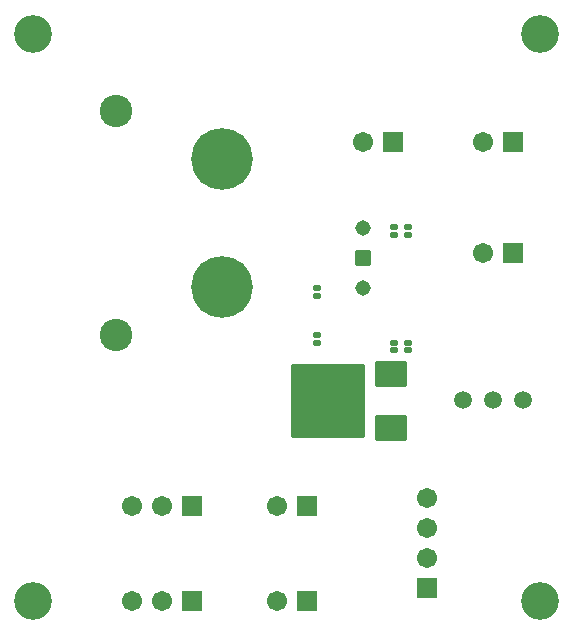
<source format=gbr>
%TF.GenerationSoftware,KiCad,Pcbnew,7.0.1*%
%TF.CreationDate,2023-09-15T12:38:23+09:00*%
%TF.ProjectId,Mix necessary function,4d697820-6e65-4636-9573-736172792066,rev?*%
%TF.SameCoordinates,Original*%
%TF.FileFunction,Soldermask,Top*%
%TF.FilePolarity,Negative*%
%FSLAX46Y46*%
G04 Gerber Fmt 4.6, Leading zero omitted, Abs format (unit mm)*
G04 Created by KiCad (PCBNEW 7.0.1) date 2023-09-15 12:38:23*
%MOMM*%
%LPD*%
G01*
G04 APERTURE LIST*
G04 Aperture macros list*
%AMRoundRect*
0 Rectangle with rounded corners*
0 $1 Rounding radius*
0 $2 $3 $4 $5 $6 $7 $8 $9 X,Y pos of 4 corners*
0 Add a 4 corners polygon primitive as box body*
4,1,4,$2,$3,$4,$5,$6,$7,$8,$9,$2,$3,0*
0 Add four circle primitives for the rounded corners*
1,1,$1+$1,$2,$3*
1,1,$1+$1,$4,$5*
1,1,$1+$1,$6,$7*
1,1,$1+$1,$8,$9*
0 Add four rect primitives between the rounded corners*
20,1,$1+$1,$2,$3,$4,$5,0*
20,1,$1+$1,$4,$5,$6,$7,0*
20,1,$1+$1,$6,$7,$8,$9,0*
20,1,$1+$1,$8,$9,$2,$3,0*%
G04 Aperture macros list end*
%ADD10RoundRect,0.101600X0.554000X-0.554000X0.554000X0.554000X-0.554000X0.554000X-0.554000X-0.554000X0*%
%ADD11C,1.311200*%
%ADD12C,3.200000*%
%ADD13RoundRect,0.101600X-0.754000X0.754000X-0.754000X-0.754000X0.754000X-0.754000X0.754000X0.754000X0*%
%ADD14C,1.711200*%
%ADD15RoundRect,0.101600X3.000000X-3.000000X3.000000X3.000000X-3.000000X3.000000X-3.000000X-3.000000X0*%
%ADD16RoundRect,0.101600X1.250000X-1.000000X1.250000X1.000000X-1.250000X1.000000X-1.250000X-1.000000X0*%
%ADD17RoundRect,0.101600X-0.754000X-0.754000X0.754000X-0.754000X0.754000X0.754000X-0.754000X0.754000X0*%
%ADD18RoundRect,0.101600X-0.200000X0.175000X-0.200000X-0.175000X0.200000X-0.175000X0.200000X0.175000X0*%
%ADD19C,5.219200*%
%ADD20C,2.753200*%
%ADD21C,1.503200*%
G04 APERTURE END LIST*
D10*
%TO.C,U$1*%
X155001100Y-100003600D03*
D11*
X155001100Y-102543600D03*
X155001100Y-97463600D03*
%TD*%
D12*
%TO.C,H3*%
X127001100Y-129003600D03*
%TD*%
D13*
%TO.C,LED*%
X160431100Y-127913600D03*
D14*
X160431100Y-125373600D03*
X160431100Y-122833600D03*
X160431100Y-120293600D03*
%TD*%
D12*
%TO.C,H1*%
X127001100Y-81003600D03*
%TD*%
D15*
%TO.C,U$17*%
X151981100Y-112084600D03*
D16*
X157331100Y-114384600D03*
X157331100Y-109784600D03*
%TD*%
D17*
%TO.C,SW2*%
X157531100Y-90143600D03*
D14*
X154991100Y-90143600D03*
%TD*%
D12*
%TO.C,H4*%
X170001100Y-129003600D03*
%TD*%
D18*
%TO.C,C5*%
X157588100Y-107120600D03*
X157588100Y-107770600D03*
%TD*%
D19*
%TO.C,Lipo_THRU*%
X143001100Y-102453600D03*
X143001100Y-91553600D03*
D20*
X134101100Y-106453600D03*
X134101100Y-87553600D03*
%TD*%
D18*
%TO.C,C4*%
X151069100Y-106482600D03*
X151069100Y-107132600D03*
%TD*%
%TO.C,C6*%
X158779100Y-107120600D03*
X158779100Y-107770600D03*
%TD*%
D17*
%TO.C,SERVO2*%
X140541100Y-121003600D03*
D14*
X138001100Y-121003600D03*
X135461100Y-121003600D03*
%TD*%
D17*
%TO.C,AZUSA_CON2*%
X150271100Y-121003600D03*
D14*
X147731100Y-121003600D03*
%TD*%
D17*
%TO.C,AZUSA*%
X167691100Y-99573600D03*
D14*
X165151100Y-99573600D03*
%TD*%
D21*
%TO.C,LED_SW0*%
X166001100Y-112003600D03*
X163461100Y-112003600D03*
X168541100Y-112003600D03*
%TD*%
D17*
%TO.C,AZUSA_CON1*%
X150271100Y-129003600D03*
D14*
X147731100Y-129003600D03*
%TD*%
D12*
%TO.C,H2*%
X170001100Y-81003600D03*
%TD*%
D17*
%TO.C,SERVO1*%
X140541100Y-129003600D03*
D14*
X138001100Y-129003600D03*
X135461100Y-129003600D03*
%TD*%
D17*
%TO.C,SW1*%
X167691100Y-90143600D03*
D14*
X165151100Y-90143600D03*
%TD*%
D18*
%TO.C,C3*%
X158779100Y-97352600D03*
X158779100Y-98002600D03*
%TD*%
%TO.C,C1*%
X151069100Y-102521600D03*
X151069100Y-103171600D03*
%TD*%
%TO.C,C2*%
X157588100Y-97352600D03*
X157588100Y-98002600D03*
%TD*%
M02*

</source>
